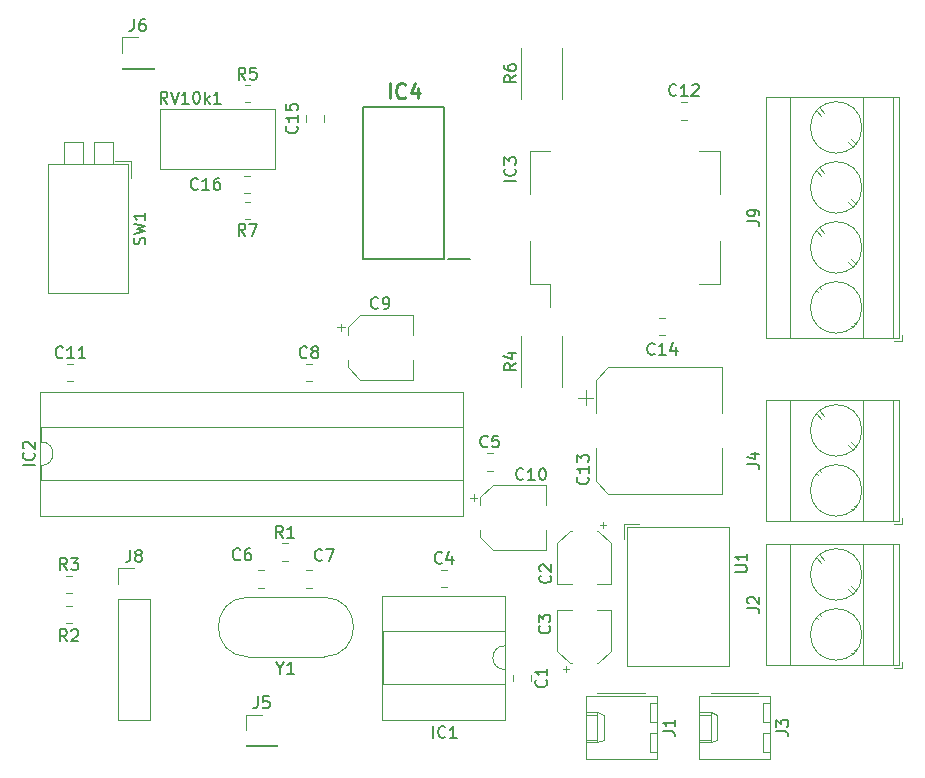
<source format=gbr>
%TF.GenerationSoftware,KiCad,Pcbnew,(5.1.10)-1*%
%TF.CreationDate,2022-05-23T16:08:43+02:00*%
%TF.ProjectId,Schrittmotoransteuerung2_0,53636872-6974-4746-9d6f-746f72616e73,rev?*%
%TF.SameCoordinates,Original*%
%TF.FileFunction,Legend,Top*%
%TF.FilePolarity,Positive*%
%FSLAX46Y46*%
G04 Gerber Fmt 4.6, Leading zero omitted, Abs format (unit mm)*
G04 Created by KiCad (PCBNEW (5.1.10)-1) date 2022-05-23 16:08:43*
%MOMM*%
%LPD*%
G01*
G04 APERTURE LIST*
%ADD10C,0.120000*%
%ADD11C,0.200000*%
%ADD12C,0.150000*%
%ADD13C,0.254000*%
G04 APERTURE END LIST*
D10*
%TO.C,C1*%
X83856500Y-82669748D02*
X83856500Y-83192252D01*
X82386500Y-82669748D02*
X82386500Y-83192252D01*
%TO.C,C2*%
X86132000Y-74967500D02*
X87332000Y-74967500D01*
X90652000Y-74967500D02*
X89452000Y-74967500D01*
X90652000Y-71511937D02*
X90652000Y-74967500D01*
X86132000Y-71511937D02*
X86132000Y-74967500D01*
X87196437Y-70447500D02*
X87332000Y-70447500D01*
X89587563Y-70447500D02*
X89452000Y-70447500D01*
X89587563Y-70447500D02*
X90652000Y-71511937D01*
X87196437Y-70447500D02*
X86132000Y-71511937D01*
X89952000Y-69707500D02*
X89952000Y-70207500D01*
X90202000Y-69957500D02*
X89702000Y-69957500D01*
%TO.C,C3*%
X86582000Y-82188500D02*
X87082000Y-82188500D01*
X86832000Y-82438500D02*
X86832000Y-81938500D01*
X89587563Y-81698500D02*
X90652000Y-80634063D01*
X87196437Y-81698500D02*
X86132000Y-80634063D01*
X87196437Y-81698500D02*
X87332000Y-81698500D01*
X89587563Y-81698500D02*
X89452000Y-81698500D01*
X90652000Y-80634063D02*
X90652000Y-77178500D01*
X86132000Y-80634063D02*
X86132000Y-77178500D01*
X86132000Y-77178500D02*
X87332000Y-77178500D01*
X90652000Y-77178500D02*
X89452000Y-77178500D01*
%TO.C,C4*%
X76256248Y-73750500D02*
X76778752Y-73750500D01*
X76256248Y-75220500D02*
X76778752Y-75220500D01*
%TO.C,C5*%
X80129748Y-65378000D02*
X80652252Y-65378000D01*
X80129748Y-63908000D02*
X80652252Y-63908000D01*
%TO.C,C6*%
X61284752Y-75284000D02*
X60762248Y-75284000D01*
X61284752Y-73814000D02*
X60762248Y-73814000D01*
%TO.C,C7*%
X64826248Y-75284000D02*
X65348752Y-75284000D01*
X64826248Y-73814000D02*
X65348752Y-73814000D01*
%TO.C,C8*%
X64826248Y-57821500D02*
X65348752Y-57821500D01*
X64826248Y-56351500D02*
X65348752Y-56351500D01*
%TO.C,C9*%
X73880000Y-57687500D02*
X73880000Y-55987500D01*
X73880000Y-52167500D02*
X73880000Y-53867500D01*
X69424437Y-52167500D02*
X73880000Y-52167500D01*
X69424437Y-57687500D02*
X73880000Y-57687500D01*
X68360000Y-56623063D02*
X68360000Y-55987500D01*
X68360000Y-53231937D02*
X68360000Y-53867500D01*
X68360000Y-53231937D02*
X69424437Y-52167500D01*
X68360000Y-56623063D02*
X69424437Y-57687500D01*
X67495000Y-53242500D02*
X68120000Y-53242500D01*
X67807500Y-52930000D02*
X67807500Y-53555000D01*
%TO.C,C10*%
X79047000Y-67344500D02*
X79047000Y-67969500D01*
X78734500Y-67657000D02*
X79359500Y-67657000D01*
X79599500Y-71037563D02*
X80663937Y-72102000D01*
X79599500Y-67646437D02*
X80663937Y-66582000D01*
X79599500Y-67646437D02*
X79599500Y-68282000D01*
X79599500Y-71037563D02*
X79599500Y-70402000D01*
X80663937Y-72102000D02*
X85119500Y-72102000D01*
X80663937Y-66582000D02*
X85119500Y-66582000D01*
X85119500Y-66582000D02*
X85119500Y-68282000D01*
X85119500Y-72102000D02*
X85119500Y-70402000D01*
%TO.C,C11*%
X44633248Y-56351500D02*
X45155752Y-56351500D01*
X44633248Y-57821500D02*
X45155752Y-57821500D01*
%TO.C,C12*%
X97098752Y-34190000D02*
X96576248Y-34190000D01*
X97098752Y-35660000D02*
X96576248Y-35660000D01*
%TO.C,C13*%
X100102000Y-67336000D02*
X100102000Y-63486000D01*
X100102000Y-56616000D02*
X100102000Y-60466000D01*
X90446437Y-56616000D02*
X100102000Y-56616000D01*
X90446437Y-67336000D02*
X100102000Y-67336000D01*
X89382000Y-66271563D02*
X89382000Y-63486000D01*
X89382000Y-57680437D02*
X89382000Y-60466000D01*
X89382000Y-57680437D02*
X90446437Y-56616000D01*
X89382000Y-66271563D02*
X90446437Y-67336000D01*
X87892000Y-59216000D02*
X89142000Y-59216000D01*
X88517000Y-58591000D02*
X88517000Y-59841000D01*
%TO.C,C14*%
X94734748Y-52414500D02*
X95257252Y-52414500D01*
X94734748Y-53884500D02*
X95257252Y-53884500D01*
%TO.C,C15*%
X64860500Y-35298748D02*
X64860500Y-35821252D01*
X66330500Y-35298748D02*
X66330500Y-35821252D01*
%TO.C,IC1*%
X81657500Y-80216500D02*
X81657500Y-78966500D01*
X81657500Y-78966500D02*
X71377500Y-78966500D01*
X71377500Y-78966500D02*
X71377500Y-83466500D01*
X71377500Y-83466500D02*
X81657500Y-83466500D01*
X81657500Y-83466500D02*
X81657500Y-82216500D01*
X81717500Y-75966500D02*
X71317500Y-75966500D01*
X71317500Y-75966500D02*
X71317500Y-86466500D01*
X71317500Y-86466500D02*
X81717500Y-86466500D01*
X81717500Y-86466500D02*
X81717500Y-75966500D01*
X81657500Y-82216500D02*
G75*
G02*
X81657500Y-80216500I0J1000000D01*
G01*
%TO.C,IC2*%
X42421500Y-64944500D02*
X42421500Y-66194500D01*
X42421500Y-66194500D02*
X78101500Y-66194500D01*
X78101500Y-66194500D02*
X78101500Y-61694500D01*
X78101500Y-61694500D02*
X42421500Y-61694500D01*
X42421500Y-61694500D02*
X42421500Y-62944500D01*
X42361500Y-69194500D02*
X78161500Y-69194500D01*
X78161500Y-69194500D02*
X78161500Y-58694500D01*
X78161500Y-58694500D02*
X42361500Y-58694500D01*
X42361500Y-58694500D02*
X42361500Y-69194500D01*
X42421500Y-62944500D02*
G75*
G02*
X42421500Y-64944500I0J-1000000D01*
G01*
D11*
%TO.C,IC4*%
X76488500Y-47421000D02*
X69688500Y-47421000D01*
X69688500Y-47421000D02*
X69688500Y-34621000D01*
X69688500Y-34621000D02*
X76488500Y-34621000D01*
X76488500Y-34621000D02*
X76488500Y-47421000D01*
X78763500Y-47436000D02*
X76838500Y-47436000D01*
D10*
%TO.C,J1*%
X94533500Y-84472000D02*
X88513500Y-84472000D01*
X88513500Y-84472000D02*
X88513500Y-89772000D01*
X88513500Y-89772000D02*
X94533500Y-89772000D01*
X94533500Y-89772000D02*
X94533500Y-84472000D01*
X93503500Y-84182000D02*
X89503500Y-84182000D01*
X88513500Y-85852000D02*
X89513500Y-85852000D01*
X89513500Y-85852000D02*
X89513500Y-88392000D01*
X89513500Y-88392000D02*
X88513500Y-88392000D01*
X89513500Y-85852000D02*
X90043500Y-86102000D01*
X90043500Y-86102000D02*
X90043500Y-88142000D01*
X90043500Y-88142000D02*
X89513500Y-88392000D01*
X88513500Y-86102000D02*
X89513500Y-86102000D01*
X88513500Y-88142000D02*
X89513500Y-88142000D01*
X94533500Y-85052000D02*
X93933500Y-85052000D01*
X93933500Y-85052000D02*
X93933500Y-86652000D01*
X93933500Y-86652000D02*
X94533500Y-86652000D01*
X94533500Y-87592000D02*
X93933500Y-87592000D01*
X93933500Y-87592000D02*
X93933500Y-89192000D01*
X93933500Y-89192000D02*
X94533500Y-89192000D01*
%TO.C,J2*%
X115328000Y-82088000D02*
X115328000Y-81588000D01*
X114588000Y-82088000D02*
X115328000Y-82088000D01*
X110720000Y-75426000D02*
X111116000Y-75821000D01*
X108074000Y-72780000D02*
X108454000Y-73160000D01*
X111002000Y-75175000D02*
X111382000Y-75555000D01*
X108340000Y-72514000D02*
X108736000Y-72909000D01*
X111009000Y-80796000D02*
X111116000Y-80902000D01*
X108074000Y-77860000D02*
X108181000Y-77967000D01*
X111275000Y-80530000D02*
X111382000Y-80636000D01*
X108340000Y-77594000D02*
X108447000Y-77701000D01*
X103768000Y-71568000D02*
X115088000Y-71568000D01*
X103768000Y-81848000D02*
X115088000Y-81848000D01*
X115088000Y-81848000D02*
X115088000Y-71568000D01*
X103768000Y-81848000D02*
X103768000Y-71568000D01*
X105828000Y-81848000D02*
X105828000Y-71568000D01*
X112028000Y-81848000D02*
X112028000Y-71568000D01*
X114528000Y-81848000D02*
X114528000Y-71568000D01*
X111908000Y-74168000D02*
G75*
G03*
X111908000Y-74168000I-2180000J0D01*
G01*
X111908000Y-79248000D02*
G75*
G03*
X111908000Y-79248000I-2180000J0D01*
G01*
%TO.C,J3*%
X103522000Y-89192000D02*
X104122000Y-89192000D01*
X103522000Y-87592000D02*
X103522000Y-89192000D01*
X104122000Y-87592000D02*
X103522000Y-87592000D01*
X103522000Y-86652000D02*
X104122000Y-86652000D01*
X103522000Y-85052000D02*
X103522000Y-86652000D01*
X104122000Y-85052000D02*
X103522000Y-85052000D01*
X98102000Y-88142000D02*
X99102000Y-88142000D01*
X98102000Y-86102000D02*
X99102000Y-86102000D01*
X99632000Y-88142000D02*
X99102000Y-88392000D01*
X99632000Y-86102000D02*
X99632000Y-88142000D01*
X99102000Y-85852000D02*
X99632000Y-86102000D01*
X99102000Y-88392000D02*
X98102000Y-88392000D01*
X99102000Y-85852000D02*
X99102000Y-88392000D01*
X98102000Y-85852000D02*
X99102000Y-85852000D01*
X103092000Y-84182000D02*
X99092000Y-84182000D01*
X104122000Y-89772000D02*
X104122000Y-84472000D01*
X98102000Y-89772000D02*
X104122000Y-89772000D01*
X98102000Y-84472000D02*
X98102000Y-89772000D01*
X104122000Y-84472000D02*
X98102000Y-84472000D01*
%TO.C,J4*%
X111908000Y-67056000D02*
G75*
G03*
X111908000Y-67056000I-2180000J0D01*
G01*
X111908000Y-61976000D02*
G75*
G03*
X111908000Y-61976000I-2180000J0D01*
G01*
X114528000Y-69656000D02*
X114528000Y-59376000D01*
X112028000Y-69656000D02*
X112028000Y-59376000D01*
X105828000Y-69656000D02*
X105828000Y-59376000D01*
X103768000Y-69656000D02*
X103768000Y-59376000D01*
X115088000Y-69656000D02*
X115088000Y-59376000D01*
X103768000Y-69656000D02*
X115088000Y-69656000D01*
X103768000Y-59376000D02*
X115088000Y-59376000D01*
X108340000Y-65402000D02*
X108447000Y-65509000D01*
X111275000Y-68338000D02*
X111382000Y-68444000D01*
X108074000Y-65668000D02*
X108181000Y-65775000D01*
X111009000Y-68604000D02*
X111116000Y-68710000D01*
X108340000Y-60322000D02*
X108736000Y-60717000D01*
X111002000Y-62983000D02*
X111382000Y-63363000D01*
X108074000Y-60588000D02*
X108454000Y-60968000D01*
X110720000Y-63234000D02*
X111116000Y-63629000D01*
X114588000Y-69896000D02*
X115328000Y-69896000D01*
X115328000Y-69896000D02*
X115328000Y-69396000D01*
%TO.C,J5*%
X59757000Y-88706000D02*
X62417000Y-88706000D01*
X59757000Y-88646000D02*
X59757000Y-88706000D01*
X62417000Y-88646000D02*
X62417000Y-88706000D01*
X59757000Y-88646000D02*
X62417000Y-88646000D01*
X59757000Y-87376000D02*
X59757000Y-86046000D01*
X59757000Y-86046000D02*
X61087000Y-86046000D01*
%TO.C,J6*%
X49279500Y-28705500D02*
X50609500Y-28705500D01*
X49279500Y-30035500D02*
X49279500Y-28705500D01*
X49279500Y-31305500D02*
X51939500Y-31305500D01*
X51939500Y-31305500D02*
X51939500Y-31365500D01*
X49279500Y-31305500D02*
X49279500Y-31365500D01*
X49279500Y-31365500D02*
X51939500Y-31365500D01*
%TO.C,J8*%
X48962000Y-86483500D02*
X51622000Y-86483500D01*
X48962000Y-76263500D02*
X48962000Y-86483500D01*
X51622000Y-76263500D02*
X51622000Y-86483500D01*
X48962000Y-76263500D02*
X51622000Y-76263500D01*
X48962000Y-74993500D02*
X48962000Y-73663500D01*
X48962000Y-73663500D02*
X50292000Y-73663500D01*
%TO.C,J9*%
X111908000Y-51562000D02*
G75*
G03*
X111908000Y-51562000I-2180000J0D01*
G01*
X111908000Y-46482000D02*
G75*
G03*
X111908000Y-46482000I-2180000J0D01*
G01*
X111908000Y-41402000D02*
G75*
G03*
X111908000Y-41402000I-2180000J0D01*
G01*
X111908000Y-36322000D02*
G75*
G03*
X111908000Y-36322000I-2180000J0D01*
G01*
X114528000Y-54162000D02*
X114528000Y-33722000D01*
X112028000Y-54162000D02*
X112028000Y-33722000D01*
X105828000Y-54162000D02*
X105828000Y-33722000D01*
X103768000Y-54162000D02*
X103768000Y-33722000D01*
X115088000Y-54162000D02*
X115088000Y-33722000D01*
X103768000Y-54162000D02*
X115088000Y-54162000D01*
X103768000Y-33722000D02*
X115088000Y-33722000D01*
X108340000Y-49908000D02*
X108447000Y-50015000D01*
X111275000Y-52844000D02*
X111382000Y-52950000D01*
X108074000Y-50174000D02*
X108181000Y-50281000D01*
X111009000Y-53110000D02*
X111116000Y-53216000D01*
X108340000Y-44828000D02*
X108736000Y-45223000D01*
X111002000Y-47489000D02*
X111382000Y-47869000D01*
X108074000Y-45094000D02*
X108454000Y-45474000D01*
X110720000Y-47740000D02*
X111116000Y-48135000D01*
X108340000Y-39748000D02*
X108736000Y-40143000D01*
X111002000Y-42409000D02*
X111382000Y-42789000D01*
X108074000Y-40014000D02*
X108454000Y-40394000D01*
X110720000Y-42660000D02*
X111116000Y-43055000D01*
X108340000Y-34668000D02*
X108736000Y-35063000D01*
X111002000Y-37329000D02*
X111382000Y-37709000D01*
X108074000Y-34934000D02*
X108454000Y-35314000D01*
X110720000Y-37580000D02*
X111116000Y-37975000D01*
X114588000Y-54402000D02*
X115328000Y-54402000D01*
X115328000Y-54402000D02*
X115328000Y-53902000D01*
%TO.C,R1*%
X63282564Y-71528000D02*
X62828436Y-71528000D01*
X63282564Y-72998000D02*
X62828436Y-72998000D01*
%TO.C,R2*%
X44540436Y-76798500D02*
X44994564Y-76798500D01*
X44540436Y-78268500D02*
X44994564Y-78268500D01*
%TO.C,R3*%
X44540436Y-74258500D02*
X44994564Y-74258500D01*
X44540436Y-75728500D02*
X44994564Y-75728500D01*
%TO.C,R4*%
X86482500Y-58311064D02*
X86482500Y-53956936D01*
X83062500Y-58311064D02*
X83062500Y-53956936D01*
%TO.C,R5*%
X59653436Y-32729500D02*
X60107564Y-32729500D01*
X59653436Y-34199500D02*
X60107564Y-34199500D01*
%TO.C,R6*%
X83062500Y-33927064D02*
X83062500Y-29572936D01*
X86482500Y-33927064D02*
X86482500Y-29572936D01*
%TO.C,R7*%
X60107564Y-42635500D02*
X59653436Y-42635500D01*
X60107564Y-44105500D02*
X59653436Y-44105500D01*
%TO.C,RV10k1*%
X52455500Y-34744500D02*
X62225500Y-34744500D01*
X52455500Y-39814500D02*
X62225500Y-39814500D01*
X52455500Y-34744500D02*
X52455500Y-39814500D01*
X62225500Y-34744500D02*
X62225500Y-39814500D01*
%TO.C,SW1*%
X49798500Y-39434500D02*
X49798500Y-50354500D01*
X43038500Y-39434500D02*
X43038500Y-50354500D01*
X49798500Y-39434500D02*
X43038500Y-39434500D01*
X49798500Y-50354500D02*
X43038500Y-50354500D01*
X50038500Y-39194500D02*
X50038500Y-40577500D01*
X50038500Y-39194500D02*
X48655500Y-39194500D01*
X48498500Y-37574500D02*
X48498500Y-39434500D01*
X46878500Y-37574500D02*
X46878500Y-39434500D01*
X48498500Y-37574500D02*
X46878500Y-37574500D01*
X48498500Y-39434500D02*
X46878500Y-39434500D01*
X45958500Y-37574500D02*
X45958500Y-39434500D01*
X44338500Y-37574500D02*
X44338500Y-39434500D01*
X45958500Y-37574500D02*
X44338500Y-37574500D01*
X45958500Y-39434500D02*
X44338500Y-39434500D01*
%TO.C,U1*%
X100667000Y-70162000D02*
X100667000Y-81883000D01*
X92047000Y-70162000D02*
X92047000Y-81883000D01*
X100667000Y-70162000D02*
X92047000Y-70162000D01*
X100667000Y-81883000D02*
X92047000Y-81883000D01*
X93047000Y-69922000D02*
X91807000Y-69922000D01*
X91807000Y-69922000D02*
X91807000Y-71162000D01*
%TO.C,Y1*%
X59946000Y-76088000D02*
X66346000Y-76088000D01*
X59946000Y-81138000D02*
X66346000Y-81138000D01*
X59946000Y-81138000D02*
G75*
G02*
X59946000Y-76088000I0J2525000D01*
G01*
X66346000Y-81138000D02*
G75*
G03*
X66346000Y-76088000I0J2525000D01*
G01*
%TO.C,C16*%
X60141752Y-40413000D02*
X59619248Y-40413000D01*
X60141752Y-41883000D02*
X59619248Y-41883000D01*
%TO.C,IC3*%
X99871000Y-38342000D02*
X99871000Y-41942000D01*
X83771000Y-45942000D02*
X83771000Y-49542000D01*
X85521000Y-49542000D02*
X85521000Y-51542000D01*
X83771000Y-49542000D02*
X85521000Y-49542000D01*
X83771000Y-38342000D02*
X83771000Y-41942000D01*
X99871000Y-49542000D02*
X98121000Y-49542000D01*
X99871000Y-45942000D02*
X99871000Y-49542000D01*
X99871000Y-38342000D02*
X98121000Y-38342000D01*
X83771000Y-38342000D02*
X85521000Y-38342000D01*
%TO.C,C1*%
D12*
X85158642Y-83097666D02*
X85206261Y-83145285D01*
X85253880Y-83288142D01*
X85253880Y-83383380D01*
X85206261Y-83526238D01*
X85111023Y-83621476D01*
X85015785Y-83669095D01*
X84825309Y-83716714D01*
X84682452Y-83716714D01*
X84491976Y-83669095D01*
X84396738Y-83621476D01*
X84301500Y-83526238D01*
X84253880Y-83383380D01*
X84253880Y-83288142D01*
X84301500Y-83145285D01*
X84349119Y-83097666D01*
X85253880Y-82145285D02*
X85253880Y-82716714D01*
X85253880Y-82431000D02*
X84253880Y-82431000D01*
X84396738Y-82526238D01*
X84491976Y-82621476D01*
X84539595Y-82716714D01*
%TO.C,C2*%
X85510642Y-74271166D02*
X85558261Y-74318785D01*
X85605880Y-74461642D01*
X85605880Y-74556880D01*
X85558261Y-74699738D01*
X85463023Y-74794976D01*
X85367785Y-74842595D01*
X85177309Y-74890214D01*
X85034452Y-74890214D01*
X84843976Y-74842595D01*
X84748738Y-74794976D01*
X84653500Y-74699738D01*
X84605880Y-74556880D01*
X84605880Y-74461642D01*
X84653500Y-74318785D01*
X84701119Y-74271166D01*
X84701119Y-73890214D02*
X84653500Y-73842595D01*
X84605880Y-73747357D01*
X84605880Y-73509261D01*
X84653500Y-73414023D01*
X84701119Y-73366404D01*
X84796357Y-73318785D01*
X84891595Y-73318785D01*
X85034452Y-73366404D01*
X85605880Y-73937833D01*
X85605880Y-73318785D01*
%TO.C,C3*%
X85447142Y-78525666D02*
X85494761Y-78573285D01*
X85542380Y-78716142D01*
X85542380Y-78811380D01*
X85494761Y-78954238D01*
X85399523Y-79049476D01*
X85304285Y-79097095D01*
X85113809Y-79144714D01*
X84970952Y-79144714D01*
X84780476Y-79097095D01*
X84685238Y-79049476D01*
X84590000Y-78954238D01*
X84542380Y-78811380D01*
X84542380Y-78716142D01*
X84590000Y-78573285D01*
X84637619Y-78525666D01*
X84542380Y-78192333D02*
X84542380Y-77573285D01*
X84923333Y-77906619D01*
X84923333Y-77763761D01*
X84970952Y-77668523D01*
X85018571Y-77620904D01*
X85113809Y-77573285D01*
X85351904Y-77573285D01*
X85447142Y-77620904D01*
X85494761Y-77668523D01*
X85542380Y-77763761D01*
X85542380Y-78049476D01*
X85494761Y-78144714D01*
X85447142Y-78192333D01*
%TO.C,C4*%
X76350833Y-73162642D02*
X76303214Y-73210261D01*
X76160357Y-73257880D01*
X76065119Y-73257880D01*
X75922261Y-73210261D01*
X75827023Y-73115023D01*
X75779404Y-73019785D01*
X75731785Y-72829309D01*
X75731785Y-72686452D01*
X75779404Y-72495976D01*
X75827023Y-72400738D01*
X75922261Y-72305500D01*
X76065119Y-72257880D01*
X76160357Y-72257880D01*
X76303214Y-72305500D01*
X76350833Y-72353119D01*
X77207976Y-72591214D02*
X77207976Y-73257880D01*
X76969880Y-72210261D02*
X76731785Y-72924547D01*
X77350833Y-72924547D01*
%TO.C,C5*%
X80224333Y-63320142D02*
X80176714Y-63367761D01*
X80033857Y-63415380D01*
X79938619Y-63415380D01*
X79795761Y-63367761D01*
X79700523Y-63272523D01*
X79652904Y-63177285D01*
X79605285Y-62986809D01*
X79605285Y-62843952D01*
X79652904Y-62653476D01*
X79700523Y-62558238D01*
X79795761Y-62463000D01*
X79938619Y-62415380D01*
X80033857Y-62415380D01*
X80176714Y-62463000D01*
X80224333Y-62510619D01*
X81129095Y-62415380D02*
X80652904Y-62415380D01*
X80605285Y-62891571D01*
X80652904Y-62843952D01*
X80748142Y-62796333D01*
X80986238Y-62796333D01*
X81081476Y-62843952D01*
X81129095Y-62891571D01*
X81176714Y-62986809D01*
X81176714Y-63224904D01*
X81129095Y-63320142D01*
X81081476Y-63367761D01*
X80986238Y-63415380D01*
X80748142Y-63415380D01*
X80652904Y-63367761D01*
X80605285Y-63320142D01*
%TO.C,C6*%
X59269333Y-72874142D02*
X59221714Y-72921761D01*
X59078857Y-72969380D01*
X58983619Y-72969380D01*
X58840761Y-72921761D01*
X58745523Y-72826523D01*
X58697904Y-72731285D01*
X58650285Y-72540809D01*
X58650285Y-72397952D01*
X58697904Y-72207476D01*
X58745523Y-72112238D01*
X58840761Y-72017000D01*
X58983619Y-71969380D01*
X59078857Y-71969380D01*
X59221714Y-72017000D01*
X59269333Y-72064619D01*
X60126476Y-71969380D02*
X59936000Y-71969380D01*
X59840761Y-72017000D01*
X59793142Y-72064619D01*
X59697904Y-72207476D01*
X59650285Y-72397952D01*
X59650285Y-72778904D01*
X59697904Y-72874142D01*
X59745523Y-72921761D01*
X59840761Y-72969380D01*
X60031238Y-72969380D01*
X60126476Y-72921761D01*
X60174095Y-72874142D01*
X60221714Y-72778904D01*
X60221714Y-72540809D01*
X60174095Y-72445571D01*
X60126476Y-72397952D01*
X60031238Y-72350333D01*
X59840761Y-72350333D01*
X59745523Y-72397952D01*
X59697904Y-72445571D01*
X59650285Y-72540809D01*
%TO.C,C7*%
X66190833Y-72937642D02*
X66143214Y-72985261D01*
X66000357Y-73032880D01*
X65905119Y-73032880D01*
X65762261Y-72985261D01*
X65667023Y-72890023D01*
X65619404Y-72794785D01*
X65571785Y-72604309D01*
X65571785Y-72461452D01*
X65619404Y-72270976D01*
X65667023Y-72175738D01*
X65762261Y-72080500D01*
X65905119Y-72032880D01*
X66000357Y-72032880D01*
X66143214Y-72080500D01*
X66190833Y-72128119D01*
X66524166Y-72032880D02*
X67190833Y-72032880D01*
X66762261Y-73032880D01*
%TO.C,C8*%
X64920833Y-55763642D02*
X64873214Y-55811261D01*
X64730357Y-55858880D01*
X64635119Y-55858880D01*
X64492261Y-55811261D01*
X64397023Y-55716023D01*
X64349404Y-55620785D01*
X64301785Y-55430309D01*
X64301785Y-55287452D01*
X64349404Y-55096976D01*
X64397023Y-55001738D01*
X64492261Y-54906500D01*
X64635119Y-54858880D01*
X64730357Y-54858880D01*
X64873214Y-54906500D01*
X64920833Y-54954119D01*
X65492261Y-55287452D02*
X65397023Y-55239833D01*
X65349404Y-55192214D01*
X65301785Y-55096976D01*
X65301785Y-55049357D01*
X65349404Y-54954119D01*
X65397023Y-54906500D01*
X65492261Y-54858880D01*
X65682738Y-54858880D01*
X65777976Y-54906500D01*
X65825595Y-54954119D01*
X65873214Y-55049357D01*
X65873214Y-55096976D01*
X65825595Y-55192214D01*
X65777976Y-55239833D01*
X65682738Y-55287452D01*
X65492261Y-55287452D01*
X65397023Y-55335071D01*
X65349404Y-55382690D01*
X65301785Y-55477928D01*
X65301785Y-55668404D01*
X65349404Y-55763642D01*
X65397023Y-55811261D01*
X65492261Y-55858880D01*
X65682738Y-55858880D01*
X65777976Y-55811261D01*
X65825595Y-55763642D01*
X65873214Y-55668404D01*
X65873214Y-55477928D01*
X65825595Y-55382690D01*
X65777976Y-55335071D01*
X65682738Y-55287452D01*
%TO.C,C9*%
X70953333Y-51584642D02*
X70905714Y-51632261D01*
X70762857Y-51679880D01*
X70667619Y-51679880D01*
X70524761Y-51632261D01*
X70429523Y-51537023D01*
X70381904Y-51441785D01*
X70334285Y-51251309D01*
X70334285Y-51108452D01*
X70381904Y-50917976D01*
X70429523Y-50822738D01*
X70524761Y-50727500D01*
X70667619Y-50679880D01*
X70762857Y-50679880D01*
X70905714Y-50727500D01*
X70953333Y-50775119D01*
X71429523Y-51679880D02*
X71620000Y-51679880D01*
X71715238Y-51632261D01*
X71762857Y-51584642D01*
X71858095Y-51441785D01*
X71905714Y-51251309D01*
X71905714Y-50870357D01*
X71858095Y-50775119D01*
X71810476Y-50727500D01*
X71715238Y-50679880D01*
X71524761Y-50679880D01*
X71429523Y-50727500D01*
X71381904Y-50775119D01*
X71334285Y-50870357D01*
X71334285Y-51108452D01*
X71381904Y-51203690D01*
X71429523Y-51251309D01*
X71524761Y-51298928D01*
X71715238Y-51298928D01*
X71810476Y-51251309D01*
X71858095Y-51203690D01*
X71905714Y-51108452D01*
%TO.C,C10*%
X83240642Y-66079642D02*
X83193023Y-66127261D01*
X83050166Y-66174880D01*
X82954928Y-66174880D01*
X82812071Y-66127261D01*
X82716833Y-66032023D01*
X82669214Y-65936785D01*
X82621595Y-65746309D01*
X82621595Y-65603452D01*
X82669214Y-65412976D01*
X82716833Y-65317738D01*
X82812071Y-65222500D01*
X82954928Y-65174880D01*
X83050166Y-65174880D01*
X83193023Y-65222500D01*
X83240642Y-65270119D01*
X84193023Y-66174880D02*
X83621595Y-66174880D01*
X83907309Y-66174880D02*
X83907309Y-65174880D01*
X83812071Y-65317738D01*
X83716833Y-65412976D01*
X83621595Y-65460595D01*
X84812071Y-65174880D02*
X84907309Y-65174880D01*
X85002547Y-65222500D01*
X85050166Y-65270119D01*
X85097785Y-65365357D01*
X85145404Y-65555833D01*
X85145404Y-65793928D01*
X85097785Y-65984404D01*
X85050166Y-66079642D01*
X85002547Y-66127261D01*
X84907309Y-66174880D01*
X84812071Y-66174880D01*
X84716833Y-66127261D01*
X84669214Y-66079642D01*
X84621595Y-65984404D01*
X84573976Y-65793928D01*
X84573976Y-65555833D01*
X84621595Y-65365357D01*
X84669214Y-65270119D01*
X84716833Y-65222500D01*
X84812071Y-65174880D01*
%TO.C,C11*%
X44251642Y-55763642D02*
X44204023Y-55811261D01*
X44061166Y-55858880D01*
X43965928Y-55858880D01*
X43823071Y-55811261D01*
X43727833Y-55716023D01*
X43680214Y-55620785D01*
X43632595Y-55430309D01*
X43632595Y-55287452D01*
X43680214Y-55096976D01*
X43727833Y-55001738D01*
X43823071Y-54906500D01*
X43965928Y-54858880D01*
X44061166Y-54858880D01*
X44204023Y-54906500D01*
X44251642Y-54954119D01*
X45204023Y-55858880D02*
X44632595Y-55858880D01*
X44918309Y-55858880D02*
X44918309Y-54858880D01*
X44823071Y-55001738D01*
X44727833Y-55096976D01*
X44632595Y-55144595D01*
X46156404Y-55858880D02*
X45584976Y-55858880D01*
X45870690Y-55858880D02*
X45870690Y-54858880D01*
X45775452Y-55001738D01*
X45680214Y-55096976D01*
X45584976Y-55144595D01*
%TO.C,C12*%
X96194642Y-33567642D02*
X96147023Y-33615261D01*
X96004166Y-33662880D01*
X95908928Y-33662880D01*
X95766071Y-33615261D01*
X95670833Y-33520023D01*
X95623214Y-33424785D01*
X95575595Y-33234309D01*
X95575595Y-33091452D01*
X95623214Y-32900976D01*
X95670833Y-32805738D01*
X95766071Y-32710500D01*
X95908928Y-32662880D01*
X96004166Y-32662880D01*
X96147023Y-32710500D01*
X96194642Y-32758119D01*
X97147023Y-33662880D02*
X96575595Y-33662880D01*
X96861309Y-33662880D02*
X96861309Y-32662880D01*
X96766071Y-32805738D01*
X96670833Y-32900976D01*
X96575595Y-32948595D01*
X97527976Y-32758119D02*
X97575595Y-32710500D01*
X97670833Y-32662880D01*
X97908928Y-32662880D01*
X98004166Y-32710500D01*
X98051785Y-32758119D01*
X98099404Y-32853357D01*
X98099404Y-32948595D01*
X98051785Y-33091452D01*
X97480357Y-33662880D01*
X98099404Y-33662880D01*
%TO.C,C13*%
X88685642Y-65920857D02*
X88733261Y-65968476D01*
X88780880Y-66111333D01*
X88780880Y-66206571D01*
X88733261Y-66349428D01*
X88638023Y-66444666D01*
X88542785Y-66492285D01*
X88352309Y-66539904D01*
X88209452Y-66539904D01*
X88018976Y-66492285D01*
X87923738Y-66444666D01*
X87828500Y-66349428D01*
X87780880Y-66206571D01*
X87780880Y-66111333D01*
X87828500Y-65968476D01*
X87876119Y-65920857D01*
X88780880Y-64968476D02*
X88780880Y-65539904D01*
X88780880Y-65254190D02*
X87780880Y-65254190D01*
X87923738Y-65349428D01*
X88018976Y-65444666D01*
X88066595Y-65539904D01*
X87780880Y-64635142D02*
X87780880Y-64016095D01*
X88161833Y-64349428D01*
X88161833Y-64206571D01*
X88209452Y-64111333D01*
X88257071Y-64063714D01*
X88352309Y-64016095D01*
X88590404Y-64016095D01*
X88685642Y-64063714D01*
X88733261Y-64111333D01*
X88780880Y-64206571D01*
X88780880Y-64492285D01*
X88733261Y-64587523D01*
X88685642Y-64635142D01*
%TO.C,C14*%
X94353142Y-55475142D02*
X94305523Y-55522761D01*
X94162666Y-55570380D01*
X94067428Y-55570380D01*
X93924571Y-55522761D01*
X93829333Y-55427523D01*
X93781714Y-55332285D01*
X93734095Y-55141809D01*
X93734095Y-54998952D01*
X93781714Y-54808476D01*
X93829333Y-54713238D01*
X93924571Y-54618000D01*
X94067428Y-54570380D01*
X94162666Y-54570380D01*
X94305523Y-54618000D01*
X94353142Y-54665619D01*
X95305523Y-55570380D02*
X94734095Y-55570380D01*
X95019809Y-55570380D02*
X95019809Y-54570380D01*
X94924571Y-54713238D01*
X94829333Y-54808476D01*
X94734095Y-54856095D01*
X96162666Y-54903714D02*
X96162666Y-55570380D01*
X95924571Y-54522761D02*
X95686476Y-55237047D01*
X96305523Y-55237047D01*
%TO.C,C15*%
X64047642Y-36202857D02*
X64095261Y-36250476D01*
X64142880Y-36393333D01*
X64142880Y-36488571D01*
X64095261Y-36631428D01*
X64000023Y-36726666D01*
X63904785Y-36774285D01*
X63714309Y-36821904D01*
X63571452Y-36821904D01*
X63380976Y-36774285D01*
X63285738Y-36726666D01*
X63190500Y-36631428D01*
X63142880Y-36488571D01*
X63142880Y-36393333D01*
X63190500Y-36250476D01*
X63238119Y-36202857D01*
X64142880Y-35250476D02*
X64142880Y-35821904D01*
X64142880Y-35536190D02*
X63142880Y-35536190D01*
X63285738Y-35631428D01*
X63380976Y-35726666D01*
X63428595Y-35821904D01*
X63142880Y-34345714D02*
X63142880Y-34821904D01*
X63619071Y-34869523D01*
X63571452Y-34821904D01*
X63523833Y-34726666D01*
X63523833Y-34488571D01*
X63571452Y-34393333D01*
X63619071Y-34345714D01*
X63714309Y-34298095D01*
X63952404Y-34298095D01*
X64047642Y-34345714D01*
X64095261Y-34393333D01*
X64142880Y-34488571D01*
X64142880Y-34726666D01*
X64095261Y-34821904D01*
X64047642Y-34869523D01*
%TO.C,IC1*%
X75604809Y-88018880D02*
X75604809Y-87018880D01*
X76652428Y-87923642D02*
X76604809Y-87971261D01*
X76461952Y-88018880D01*
X76366714Y-88018880D01*
X76223857Y-87971261D01*
X76128619Y-87876023D01*
X76081000Y-87780785D01*
X76033380Y-87590309D01*
X76033380Y-87447452D01*
X76081000Y-87256976D01*
X76128619Y-87161738D01*
X76223857Y-87066500D01*
X76366714Y-87018880D01*
X76461952Y-87018880D01*
X76604809Y-87066500D01*
X76652428Y-87114119D01*
X77604809Y-88018880D02*
X77033380Y-88018880D01*
X77319095Y-88018880D02*
X77319095Y-87018880D01*
X77223857Y-87161738D01*
X77128619Y-87256976D01*
X77033380Y-87304595D01*
%TO.C,IC2*%
X41873880Y-64920690D02*
X40873880Y-64920690D01*
X41778642Y-63873071D02*
X41826261Y-63920690D01*
X41873880Y-64063547D01*
X41873880Y-64158785D01*
X41826261Y-64301642D01*
X41731023Y-64396880D01*
X41635785Y-64444500D01*
X41445309Y-64492119D01*
X41302452Y-64492119D01*
X41111976Y-64444500D01*
X41016738Y-64396880D01*
X40921500Y-64301642D01*
X40873880Y-64158785D01*
X40873880Y-64063547D01*
X40921500Y-63920690D01*
X40969119Y-63873071D01*
X40969119Y-63492119D02*
X40921500Y-63444500D01*
X40873880Y-63349261D01*
X40873880Y-63111166D01*
X40921500Y-63015928D01*
X40969119Y-62968309D01*
X41064357Y-62920690D01*
X41159595Y-62920690D01*
X41302452Y-62968309D01*
X41873880Y-63539738D01*
X41873880Y-62920690D01*
%TO.C,IC4*%
D13*
X71912238Y-33848523D02*
X71912238Y-32578523D01*
X73242714Y-33727571D02*
X73182238Y-33788047D01*
X73000809Y-33848523D01*
X72879857Y-33848523D01*
X72698428Y-33788047D01*
X72577476Y-33667095D01*
X72517000Y-33546142D01*
X72456523Y-33304238D01*
X72456523Y-33122809D01*
X72517000Y-32880904D01*
X72577476Y-32759952D01*
X72698428Y-32639000D01*
X72879857Y-32578523D01*
X73000809Y-32578523D01*
X73182238Y-32639000D01*
X73242714Y-32699476D01*
X74331285Y-33001857D02*
X74331285Y-33848523D01*
X74028904Y-32518047D02*
X73726523Y-33425190D01*
X74512714Y-33425190D01*
%TO.C,J1*%
D12*
X95075880Y-87455333D02*
X95790166Y-87455333D01*
X95933023Y-87502952D01*
X96028261Y-87598190D01*
X96075880Y-87741047D01*
X96075880Y-87836285D01*
X96075880Y-86455333D02*
X96075880Y-87026761D01*
X96075880Y-86741047D02*
X95075880Y-86741047D01*
X95218738Y-86836285D01*
X95313976Y-86931523D01*
X95361595Y-87026761D01*
%TO.C,J2*%
X102220380Y-77041333D02*
X102934666Y-77041333D01*
X103077523Y-77088952D01*
X103172761Y-77184190D01*
X103220380Y-77327047D01*
X103220380Y-77422285D01*
X102315619Y-76612761D02*
X102268000Y-76565142D01*
X102220380Y-76469904D01*
X102220380Y-76231809D01*
X102268000Y-76136571D01*
X102315619Y-76088952D01*
X102410857Y-76041333D01*
X102506095Y-76041333D01*
X102648952Y-76088952D01*
X103220380Y-76660380D01*
X103220380Y-76041333D01*
%TO.C,J3*%
X104664380Y-87455333D02*
X105378666Y-87455333D01*
X105521523Y-87502952D01*
X105616761Y-87598190D01*
X105664380Y-87741047D01*
X105664380Y-87836285D01*
X104664380Y-87074380D02*
X104664380Y-86455333D01*
X105045333Y-86788666D01*
X105045333Y-86645809D01*
X105092952Y-86550571D01*
X105140571Y-86502952D01*
X105235809Y-86455333D01*
X105473904Y-86455333D01*
X105569142Y-86502952D01*
X105616761Y-86550571D01*
X105664380Y-86645809D01*
X105664380Y-86931523D01*
X105616761Y-87026761D01*
X105569142Y-87074380D01*
%TO.C,J4*%
X102220380Y-64849333D02*
X102934666Y-64849333D01*
X103077523Y-64896952D01*
X103172761Y-64992190D01*
X103220380Y-65135047D01*
X103220380Y-65230285D01*
X102553714Y-63944571D02*
X103220380Y-63944571D01*
X102172761Y-64182666D02*
X102887047Y-64420761D01*
X102887047Y-63801714D01*
%TO.C,J5*%
X60753666Y-84498380D02*
X60753666Y-85212666D01*
X60706047Y-85355523D01*
X60610809Y-85450761D01*
X60467952Y-85498380D01*
X60372714Y-85498380D01*
X61706047Y-84498380D02*
X61229857Y-84498380D01*
X61182238Y-84974571D01*
X61229857Y-84926952D01*
X61325095Y-84879333D01*
X61563190Y-84879333D01*
X61658428Y-84926952D01*
X61706047Y-84974571D01*
X61753666Y-85069809D01*
X61753666Y-85307904D01*
X61706047Y-85403142D01*
X61658428Y-85450761D01*
X61563190Y-85498380D01*
X61325095Y-85498380D01*
X61229857Y-85450761D01*
X61182238Y-85403142D01*
%TO.C,J6*%
X50276166Y-27157880D02*
X50276166Y-27872166D01*
X50228547Y-28015023D01*
X50133309Y-28110261D01*
X49990452Y-28157880D01*
X49895214Y-28157880D01*
X51180928Y-27157880D02*
X50990452Y-27157880D01*
X50895214Y-27205500D01*
X50847595Y-27253119D01*
X50752357Y-27395976D01*
X50704738Y-27586452D01*
X50704738Y-27967404D01*
X50752357Y-28062642D01*
X50799976Y-28110261D01*
X50895214Y-28157880D01*
X51085690Y-28157880D01*
X51180928Y-28110261D01*
X51228547Y-28062642D01*
X51276166Y-27967404D01*
X51276166Y-27729309D01*
X51228547Y-27634071D01*
X51180928Y-27586452D01*
X51085690Y-27538833D01*
X50895214Y-27538833D01*
X50799976Y-27586452D01*
X50752357Y-27634071D01*
X50704738Y-27729309D01*
%TO.C,J8*%
X49958666Y-72115880D02*
X49958666Y-72830166D01*
X49911047Y-72973023D01*
X49815809Y-73068261D01*
X49672952Y-73115880D01*
X49577714Y-73115880D01*
X50577714Y-72544452D02*
X50482476Y-72496833D01*
X50434857Y-72449214D01*
X50387238Y-72353976D01*
X50387238Y-72306357D01*
X50434857Y-72211119D01*
X50482476Y-72163500D01*
X50577714Y-72115880D01*
X50768190Y-72115880D01*
X50863428Y-72163500D01*
X50911047Y-72211119D01*
X50958666Y-72306357D01*
X50958666Y-72353976D01*
X50911047Y-72449214D01*
X50863428Y-72496833D01*
X50768190Y-72544452D01*
X50577714Y-72544452D01*
X50482476Y-72592071D01*
X50434857Y-72639690D01*
X50387238Y-72734928D01*
X50387238Y-72925404D01*
X50434857Y-73020642D01*
X50482476Y-73068261D01*
X50577714Y-73115880D01*
X50768190Y-73115880D01*
X50863428Y-73068261D01*
X50911047Y-73020642D01*
X50958666Y-72925404D01*
X50958666Y-72734928D01*
X50911047Y-72639690D01*
X50863428Y-72592071D01*
X50768190Y-72544452D01*
%TO.C,J9*%
X102220380Y-44275333D02*
X102934666Y-44275333D01*
X103077523Y-44322952D01*
X103172761Y-44418190D01*
X103220380Y-44561047D01*
X103220380Y-44656285D01*
X103220380Y-43751523D02*
X103220380Y-43561047D01*
X103172761Y-43465809D01*
X103125142Y-43418190D01*
X102982285Y-43322952D01*
X102791809Y-43275333D01*
X102410857Y-43275333D01*
X102315619Y-43322952D01*
X102268000Y-43370571D01*
X102220380Y-43465809D01*
X102220380Y-43656285D01*
X102268000Y-43751523D01*
X102315619Y-43799142D01*
X102410857Y-43846761D01*
X102648952Y-43846761D01*
X102744190Y-43799142D01*
X102791809Y-43751523D01*
X102839428Y-43656285D01*
X102839428Y-43465809D01*
X102791809Y-43370571D01*
X102744190Y-43322952D01*
X102648952Y-43275333D01*
%TO.C,R1*%
X62888833Y-71064380D02*
X62555500Y-70588190D01*
X62317404Y-71064380D02*
X62317404Y-70064380D01*
X62698357Y-70064380D01*
X62793595Y-70112000D01*
X62841214Y-70159619D01*
X62888833Y-70254857D01*
X62888833Y-70397714D01*
X62841214Y-70492952D01*
X62793595Y-70540571D01*
X62698357Y-70588190D01*
X62317404Y-70588190D01*
X63841214Y-71064380D02*
X63269785Y-71064380D01*
X63555500Y-71064380D02*
X63555500Y-70064380D01*
X63460261Y-70207238D01*
X63365023Y-70302476D01*
X63269785Y-70350095D01*
%TO.C,R2*%
X44600833Y-79827380D02*
X44267500Y-79351190D01*
X44029404Y-79827380D02*
X44029404Y-78827380D01*
X44410357Y-78827380D01*
X44505595Y-78875000D01*
X44553214Y-78922619D01*
X44600833Y-79017857D01*
X44600833Y-79160714D01*
X44553214Y-79255952D01*
X44505595Y-79303571D01*
X44410357Y-79351190D01*
X44029404Y-79351190D01*
X44981785Y-78922619D02*
X45029404Y-78875000D01*
X45124642Y-78827380D01*
X45362738Y-78827380D01*
X45457976Y-78875000D01*
X45505595Y-78922619D01*
X45553214Y-79017857D01*
X45553214Y-79113095D01*
X45505595Y-79255952D01*
X44934166Y-79827380D01*
X45553214Y-79827380D01*
%TO.C,R3*%
X44600833Y-73795880D02*
X44267500Y-73319690D01*
X44029404Y-73795880D02*
X44029404Y-72795880D01*
X44410357Y-72795880D01*
X44505595Y-72843500D01*
X44553214Y-72891119D01*
X44600833Y-72986357D01*
X44600833Y-73129214D01*
X44553214Y-73224452D01*
X44505595Y-73272071D01*
X44410357Y-73319690D01*
X44029404Y-73319690D01*
X44934166Y-72795880D02*
X45553214Y-72795880D01*
X45219880Y-73176833D01*
X45362738Y-73176833D01*
X45457976Y-73224452D01*
X45505595Y-73272071D01*
X45553214Y-73367309D01*
X45553214Y-73605404D01*
X45505595Y-73700642D01*
X45457976Y-73748261D01*
X45362738Y-73795880D01*
X45077023Y-73795880D01*
X44981785Y-73748261D01*
X44934166Y-73700642D01*
%TO.C,R4*%
X82604880Y-56300666D02*
X82128690Y-56634000D01*
X82604880Y-56872095D02*
X81604880Y-56872095D01*
X81604880Y-56491142D01*
X81652500Y-56395904D01*
X81700119Y-56348285D01*
X81795357Y-56300666D01*
X81938214Y-56300666D01*
X82033452Y-56348285D01*
X82081071Y-56395904D01*
X82128690Y-56491142D01*
X82128690Y-56872095D01*
X81938214Y-55443523D02*
X82604880Y-55443523D01*
X81557261Y-55681619D02*
X82271547Y-55919714D01*
X82271547Y-55300666D01*
%TO.C,R5*%
X59713833Y-32266880D02*
X59380500Y-31790690D01*
X59142404Y-32266880D02*
X59142404Y-31266880D01*
X59523357Y-31266880D01*
X59618595Y-31314500D01*
X59666214Y-31362119D01*
X59713833Y-31457357D01*
X59713833Y-31600214D01*
X59666214Y-31695452D01*
X59618595Y-31743071D01*
X59523357Y-31790690D01*
X59142404Y-31790690D01*
X60618595Y-31266880D02*
X60142404Y-31266880D01*
X60094785Y-31743071D01*
X60142404Y-31695452D01*
X60237642Y-31647833D01*
X60475738Y-31647833D01*
X60570976Y-31695452D01*
X60618595Y-31743071D01*
X60666214Y-31838309D01*
X60666214Y-32076404D01*
X60618595Y-32171642D01*
X60570976Y-32219261D01*
X60475738Y-32266880D01*
X60237642Y-32266880D01*
X60142404Y-32219261D01*
X60094785Y-32171642D01*
%TO.C,R6*%
X82604880Y-31916666D02*
X82128690Y-32250000D01*
X82604880Y-32488095D02*
X81604880Y-32488095D01*
X81604880Y-32107142D01*
X81652500Y-32011904D01*
X81700119Y-31964285D01*
X81795357Y-31916666D01*
X81938214Y-31916666D01*
X82033452Y-31964285D01*
X82081071Y-32011904D01*
X82128690Y-32107142D01*
X82128690Y-32488095D01*
X81604880Y-31059523D02*
X81604880Y-31250000D01*
X81652500Y-31345238D01*
X81700119Y-31392857D01*
X81842976Y-31488095D01*
X82033452Y-31535714D01*
X82414404Y-31535714D01*
X82509642Y-31488095D01*
X82557261Y-31440476D01*
X82604880Y-31345238D01*
X82604880Y-31154761D01*
X82557261Y-31059523D01*
X82509642Y-31011904D01*
X82414404Y-30964285D01*
X82176309Y-30964285D01*
X82081071Y-31011904D01*
X82033452Y-31059523D01*
X81985833Y-31154761D01*
X81985833Y-31345238D01*
X82033452Y-31440476D01*
X82081071Y-31488095D01*
X82176309Y-31535714D01*
%TO.C,R7*%
X59713833Y-45472880D02*
X59380500Y-44996690D01*
X59142404Y-45472880D02*
X59142404Y-44472880D01*
X59523357Y-44472880D01*
X59618595Y-44520500D01*
X59666214Y-44568119D01*
X59713833Y-44663357D01*
X59713833Y-44806214D01*
X59666214Y-44901452D01*
X59618595Y-44949071D01*
X59523357Y-44996690D01*
X59142404Y-44996690D01*
X60047166Y-44472880D02*
X60713833Y-44472880D01*
X60285261Y-45472880D01*
%TO.C,RV10k1*%
X53102119Y-34297880D02*
X52768785Y-33821690D01*
X52530690Y-34297880D02*
X52530690Y-33297880D01*
X52911642Y-33297880D01*
X53006880Y-33345500D01*
X53054500Y-33393119D01*
X53102119Y-33488357D01*
X53102119Y-33631214D01*
X53054500Y-33726452D01*
X53006880Y-33774071D01*
X52911642Y-33821690D01*
X52530690Y-33821690D01*
X53387833Y-33297880D02*
X53721166Y-34297880D01*
X54054500Y-33297880D01*
X54911642Y-34297880D02*
X54340214Y-34297880D01*
X54625928Y-34297880D02*
X54625928Y-33297880D01*
X54530690Y-33440738D01*
X54435452Y-33535976D01*
X54340214Y-33583595D01*
X55530690Y-33297880D02*
X55625928Y-33297880D01*
X55721166Y-33345500D01*
X55768785Y-33393119D01*
X55816404Y-33488357D01*
X55864023Y-33678833D01*
X55864023Y-33916928D01*
X55816404Y-34107404D01*
X55768785Y-34202642D01*
X55721166Y-34250261D01*
X55625928Y-34297880D01*
X55530690Y-34297880D01*
X55435452Y-34250261D01*
X55387833Y-34202642D01*
X55340214Y-34107404D01*
X55292595Y-33916928D01*
X55292595Y-33678833D01*
X55340214Y-33488357D01*
X55387833Y-33393119D01*
X55435452Y-33345500D01*
X55530690Y-33297880D01*
X56292595Y-34297880D02*
X56292595Y-33297880D01*
X56387833Y-33916928D02*
X56673547Y-34297880D01*
X56673547Y-33631214D02*
X56292595Y-34012166D01*
X57625928Y-34297880D02*
X57054500Y-34297880D01*
X57340214Y-34297880D02*
X57340214Y-33297880D01*
X57244976Y-33440738D01*
X57149738Y-33535976D01*
X57054500Y-33583595D01*
%TO.C,SW1*%
X51203261Y-46227833D02*
X51250880Y-46084976D01*
X51250880Y-45846880D01*
X51203261Y-45751642D01*
X51155642Y-45704023D01*
X51060404Y-45656404D01*
X50965166Y-45656404D01*
X50869928Y-45704023D01*
X50822309Y-45751642D01*
X50774690Y-45846880D01*
X50727071Y-46037357D01*
X50679452Y-46132595D01*
X50631833Y-46180214D01*
X50536595Y-46227833D01*
X50441357Y-46227833D01*
X50346119Y-46180214D01*
X50298500Y-46132595D01*
X50250880Y-46037357D01*
X50250880Y-45799261D01*
X50298500Y-45656404D01*
X50250880Y-45323071D02*
X51250880Y-45084976D01*
X50536595Y-44894500D01*
X51250880Y-44704023D01*
X50250880Y-44465928D01*
X51250880Y-43561166D02*
X51250880Y-44132595D01*
X51250880Y-43846880D02*
X50250880Y-43846880D01*
X50393738Y-43942119D01*
X50488976Y-44037357D01*
X50536595Y-44132595D01*
%TO.C,U1*%
X101179380Y-73977404D02*
X101988904Y-73977404D01*
X102084142Y-73929785D01*
X102131761Y-73882166D01*
X102179380Y-73786928D01*
X102179380Y-73596452D01*
X102131761Y-73501214D01*
X102084142Y-73453595D01*
X101988904Y-73405976D01*
X101179380Y-73405976D01*
X102179380Y-72405976D02*
X102179380Y-72977404D01*
X102179380Y-72691690D02*
X101179380Y-72691690D01*
X101322238Y-72786928D01*
X101417476Y-72882166D01*
X101465095Y-72977404D01*
%TO.C,Y1*%
X62642809Y-82081690D02*
X62642809Y-82557880D01*
X62309476Y-81557880D02*
X62642809Y-82081690D01*
X62976142Y-81557880D01*
X63833285Y-82557880D02*
X63261857Y-82557880D01*
X63547571Y-82557880D02*
X63547571Y-81557880D01*
X63452333Y-81700738D01*
X63357095Y-81795976D01*
X63261857Y-81843595D01*
%TO.C,C16*%
X55681642Y-41505142D02*
X55634023Y-41552761D01*
X55491166Y-41600380D01*
X55395928Y-41600380D01*
X55253071Y-41552761D01*
X55157833Y-41457523D01*
X55110214Y-41362285D01*
X55062595Y-41171809D01*
X55062595Y-41028952D01*
X55110214Y-40838476D01*
X55157833Y-40743238D01*
X55253071Y-40648000D01*
X55395928Y-40600380D01*
X55491166Y-40600380D01*
X55634023Y-40648000D01*
X55681642Y-40695619D01*
X56634023Y-41600380D02*
X56062595Y-41600380D01*
X56348309Y-41600380D02*
X56348309Y-40600380D01*
X56253071Y-40743238D01*
X56157833Y-40838476D01*
X56062595Y-40886095D01*
X57491166Y-40600380D02*
X57300690Y-40600380D01*
X57205452Y-40648000D01*
X57157833Y-40695619D01*
X57062595Y-40838476D01*
X57014976Y-41028952D01*
X57014976Y-41409904D01*
X57062595Y-41505142D01*
X57110214Y-41552761D01*
X57205452Y-41600380D01*
X57395928Y-41600380D01*
X57491166Y-41552761D01*
X57538785Y-41505142D01*
X57586404Y-41409904D01*
X57586404Y-41171809D01*
X57538785Y-41076571D01*
X57491166Y-41028952D01*
X57395928Y-40981333D01*
X57205452Y-40981333D01*
X57110214Y-41028952D01*
X57062595Y-41076571D01*
X57014976Y-41171809D01*
%TO.C,IC3*%
X82621380Y-40854190D02*
X81621380Y-40854190D01*
X82526142Y-39806571D02*
X82573761Y-39854190D01*
X82621380Y-39997047D01*
X82621380Y-40092285D01*
X82573761Y-40235142D01*
X82478523Y-40330380D01*
X82383285Y-40378000D01*
X82192809Y-40425619D01*
X82049952Y-40425619D01*
X81859476Y-40378000D01*
X81764238Y-40330380D01*
X81669000Y-40235142D01*
X81621380Y-40092285D01*
X81621380Y-39997047D01*
X81669000Y-39854190D01*
X81716619Y-39806571D01*
X81621380Y-39473238D02*
X81621380Y-38854190D01*
X82002333Y-39187523D01*
X82002333Y-39044666D01*
X82049952Y-38949428D01*
X82097571Y-38901809D01*
X82192809Y-38854190D01*
X82430904Y-38854190D01*
X82526142Y-38901809D01*
X82573761Y-38949428D01*
X82621380Y-39044666D01*
X82621380Y-39330380D01*
X82573761Y-39425619D01*
X82526142Y-39473238D01*
%TD*%
M02*

</source>
